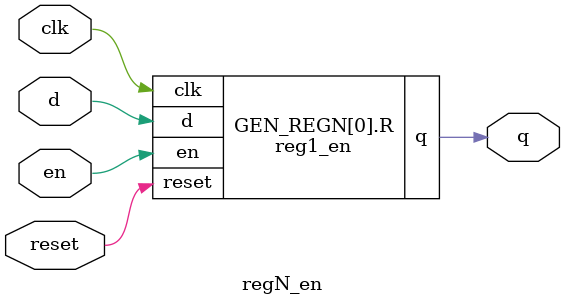
<source format=sv>
`timescale 1ps/1ps

module D_FF (q, d, reset, clk);
 output reg q;
 input d, reset, clk;
 always_ff @(posedge clk)
 if (reset)
 q <= 0; // On reset, set to 0
 else
 q <= d; // Otherwise out = d
endmodule

module reg1_en(output logic q,
               input  logic d, en, reset, clk);
  logic d_next;
  // d_next = en ? d : q
  mux2_1 M(.y(d_next), .a(q), .b(d), .s(en));
  D_FF   F(.q(q), .d(d_next), .reset(reset), .clk(clk));
endmodule


// 64-bit register with enable and synchronous reset.
module reg64_en(
  output logic [63:0] q,
  input  logic [63:0] d,
  input  logic        en,
  input  logic        reset,
  input  logic        clk);
  
  genvar i;
  generate
    for (i = 0; i < 64; i++) begin : G
      reg1_en R(q[i], d[i], en, reset, clk);
    end
  endgenerate
endmodule

// Generic N-bit register with enable and synchronous reset.
module regN_en #(parameter int N = 1)(
  output logic [N-1:0] q,
  input  logic [N-1:0] d,
  input  logic         en,
  input  logic         reset,
  input  logic         clk);
  
  genvar i;
  generate
    for (i = 0; i < N; i++) begin : GEN_REGN
      reg1_en R(q[i], d[i], en, reset, clk);
    end
  endgenerate
endmodule

</source>
